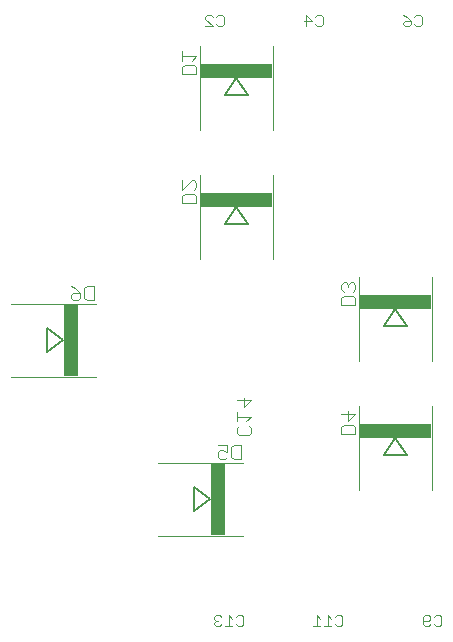
<source format=gbl>
G75*
G70*
%OFA0B0*%
%FSLAX24Y24*%
%IPPOS*%
%LPD*%
%AMOC8*
5,1,8,0,0,1.08239X$1,22.5*
%
%ADD10C,0.0030*%
%ADD11C,0.0040*%
%ADD12C,0.0080*%
%ADD13R,0.2441X0.0492*%
%ADD14R,0.0492X0.2441*%
D10*
X011531Y004507D02*
X011593Y004445D01*
X011717Y004445D01*
X011778Y004507D01*
X011900Y004445D02*
X012147Y004445D01*
X012023Y004445D02*
X012023Y004815D01*
X012147Y004692D01*
X012268Y004754D02*
X012330Y004815D01*
X012453Y004815D01*
X012515Y004754D01*
X012515Y004507D01*
X012453Y004445D01*
X012330Y004445D01*
X012268Y004507D01*
X011778Y004754D02*
X011717Y004815D01*
X011593Y004815D01*
X011531Y004754D01*
X011531Y004692D01*
X011593Y004630D01*
X011531Y004568D01*
X011531Y004507D01*
X011593Y004630D02*
X011655Y004630D01*
X014831Y004445D02*
X015078Y004445D01*
X015200Y004445D02*
X015447Y004445D01*
X015323Y004445D02*
X015323Y004815D01*
X015447Y004692D01*
X015568Y004754D02*
X015630Y004815D01*
X015753Y004815D01*
X015815Y004754D01*
X015815Y004507D01*
X015753Y004445D01*
X015630Y004445D01*
X015568Y004507D01*
X015078Y004692D02*
X014955Y004815D01*
X014955Y004445D01*
X018500Y004507D02*
X018500Y004754D01*
X018562Y004815D01*
X018685Y004815D01*
X018747Y004754D01*
X018747Y004692D01*
X018685Y004630D01*
X018500Y004630D01*
X018500Y004507D02*
X018562Y004445D01*
X018685Y004445D01*
X018747Y004507D01*
X018868Y004507D02*
X018930Y004445D01*
X019053Y004445D01*
X019115Y004507D01*
X019115Y004754D01*
X019053Y004815D01*
X018930Y004815D01*
X018868Y004754D01*
X018390Y024445D02*
X018266Y024445D01*
X018205Y024507D01*
X018083Y024507D02*
X018022Y024445D01*
X017898Y024445D01*
X017836Y024507D01*
X017836Y024568D01*
X017898Y024630D01*
X018083Y024630D01*
X018083Y024507D01*
X018083Y024630D02*
X017960Y024754D01*
X017836Y024815D01*
X018205Y024754D02*
X018266Y024815D01*
X018390Y024815D01*
X018452Y024754D01*
X018452Y024507D01*
X018390Y024445D01*
X015152Y024507D02*
X015090Y024445D01*
X014966Y024445D01*
X014905Y024507D01*
X014783Y024630D02*
X014536Y024630D01*
X014598Y024445D02*
X014598Y024815D01*
X014783Y024630D01*
X014905Y024754D02*
X014966Y024815D01*
X015090Y024815D01*
X015152Y024754D01*
X015152Y024507D01*
X011852Y024507D02*
X011790Y024445D01*
X011666Y024445D01*
X011605Y024507D01*
X011483Y024445D02*
X011236Y024692D01*
X011236Y024754D01*
X011298Y024815D01*
X011422Y024815D01*
X011483Y024754D01*
X011605Y024754D02*
X011666Y024815D01*
X011790Y024815D01*
X011852Y024754D01*
X011852Y024507D01*
X011483Y024445D02*
X011236Y024445D01*
D11*
X012482Y007458D02*
X009678Y007458D01*
X009678Y009902D02*
X012482Y009902D01*
X012422Y010022D02*
X012192Y010022D01*
X012115Y010099D01*
X012115Y010406D01*
X012192Y010483D01*
X012422Y010483D01*
X012422Y010022D01*
X011961Y010099D02*
X011885Y010022D01*
X011731Y010022D01*
X011654Y010099D01*
X011654Y010253D01*
X011731Y010329D01*
X011808Y010329D01*
X011961Y010253D01*
X011961Y010483D01*
X011654Y010483D01*
X012300Y010896D02*
X012300Y011049D01*
X012377Y011126D01*
X012300Y011279D02*
X012300Y011586D01*
X012300Y011433D02*
X012760Y011433D01*
X012607Y011279D01*
X012684Y011126D02*
X012760Y011049D01*
X012760Y010896D01*
X012684Y010819D01*
X012377Y010819D01*
X012300Y010896D01*
X012530Y011740D02*
X012530Y012047D01*
X012300Y011970D02*
X012760Y011970D01*
X012530Y011740D01*
X015778Y011532D02*
X016238Y011532D01*
X016008Y011301D01*
X016008Y011608D01*
X016161Y011148D02*
X015854Y011148D01*
X015778Y011071D01*
X015778Y010841D01*
X016238Y010841D01*
X016238Y011071D01*
X016161Y011148D01*
X016358Y011782D02*
X016358Y008978D01*
X018802Y008978D02*
X018802Y011782D01*
X018802Y013278D02*
X018802Y016082D01*
X016358Y016082D02*
X016358Y013278D01*
X016238Y015141D02*
X015778Y015141D01*
X015778Y015371D01*
X015854Y015448D01*
X016161Y015448D01*
X016238Y015371D01*
X016238Y015141D01*
X016161Y015601D02*
X016238Y015678D01*
X016238Y015832D01*
X016161Y015908D01*
X016084Y015908D01*
X016008Y015832D01*
X015931Y015908D01*
X015854Y015908D01*
X015778Y015832D01*
X015778Y015678D01*
X015854Y015601D01*
X016008Y015755D02*
X016008Y015832D01*
X013502Y016678D02*
X013502Y019482D01*
X013502Y020978D02*
X013502Y023782D01*
X011058Y023782D02*
X011058Y020978D01*
X011058Y019482D02*
X011058Y016678D01*
X010938Y018541D02*
X010478Y018541D01*
X010478Y018771D01*
X010554Y018848D01*
X010861Y018848D01*
X010938Y018771D01*
X010938Y018541D01*
X010861Y019001D02*
X010938Y019078D01*
X010938Y019232D01*
X010861Y019308D01*
X010784Y019308D01*
X010478Y019001D01*
X010478Y019308D01*
X010478Y022841D02*
X010478Y023071D01*
X010554Y023148D01*
X010861Y023148D01*
X010938Y023071D01*
X010938Y022841D01*
X010478Y022841D01*
X010478Y023301D02*
X010478Y023608D01*
X010478Y023455D02*
X010938Y023455D01*
X010784Y023301D01*
X007522Y015783D02*
X007292Y015783D01*
X007215Y015706D01*
X007215Y015399D01*
X007292Y015322D01*
X007522Y015322D01*
X007522Y015783D01*
X007061Y015553D02*
X007061Y015399D01*
X006985Y015322D01*
X006831Y015322D01*
X006754Y015399D01*
X006754Y015476D01*
X006831Y015553D01*
X007061Y015553D01*
X006908Y015706D01*
X006754Y015783D01*
X007582Y015202D02*
X004778Y015202D01*
X004778Y012758D02*
X007582Y012758D01*
D12*
X006507Y013980D02*
X005966Y013586D01*
X005966Y014374D01*
X006507Y013980D01*
X010866Y009074D02*
X010866Y008286D01*
X011407Y008680D01*
X010866Y009074D01*
X017186Y010166D02*
X017974Y010166D01*
X017580Y010707D01*
X017186Y010166D01*
X017186Y014466D02*
X017974Y014466D01*
X017580Y015007D01*
X017186Y014466D01*
X012674Y017866D02*
X011886Y017866D01*
X012280Y018407D01*
X012674Y017866D01*
X012674Y022166D02*
X011886Y022166D01*
X012280Y022707D01*
X012674Y022166D01*
D13*
X012280Y022961D03*
X012280Y018661D03*
X017580Y015261D03*
X017580Y010961D03*
D14*
X011661Y008680D03*
X006761Y013980D03*
M02*

</source>
